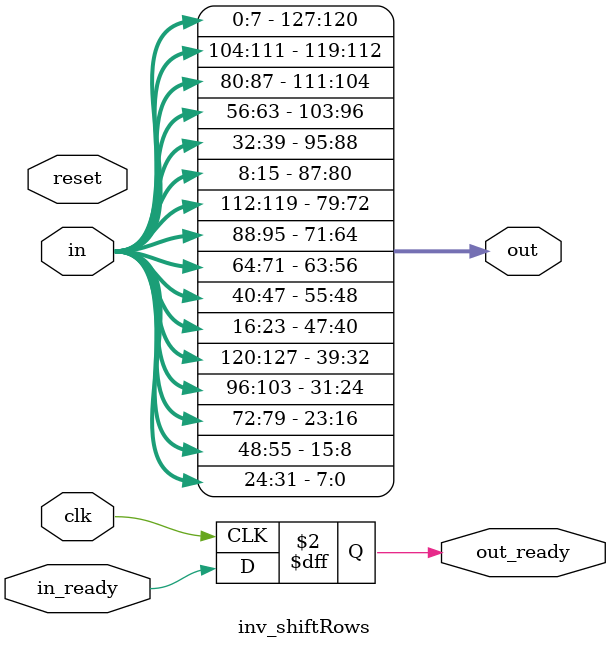
<source format=v>
module inv_shiftRows(clk, reset, in, in_ready, out, out_ready);

	// Column Major Concept -- a0,a1,a2,a3 are in 1 column
	input clk, reset;
	input in_ready;
	input [0:127] in;
	output [0:127] out;
	output reg out_ready;
	
	// Introduced clk, reset to have a track of combinational propagational delay.
	always @(posedge clk) begin
		out_ready <= in_ready;
	end
	
	genvar i, j;
	generate 
		for(i=0 ; i<4; i=i+1) begin : shiftRows_row
			for(j=0 ; j<4; j=j+1) begin : shiftRows_col
				assign out[((i+(4*j))*8) +: 8] = in[(((16+(4*j)-(3*i))%16)*8) +: 8];
			end
		end
	endgenerate
endmodule
</source>
